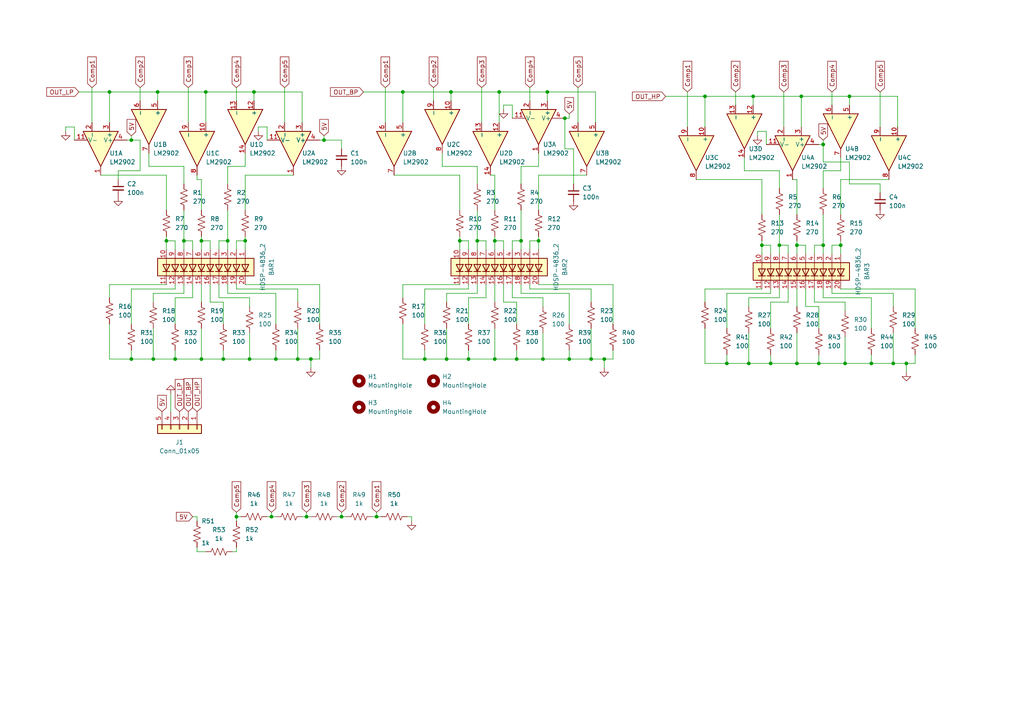
<source format=kicad_sch>
(kicad_sch (version 20211123) (generator eeschema)
  (paper "A4")
  (junction (at 220.98 71.12))
  (junction (at 31.75 26.67))
  (junction (at 48.26 69.85))
  (junction (at 246.38 27.94))
  (junction (at 144.78 26.67))
  (junction (at 217.17 105.41))
  (junction (at 58.42 69.85))
  (junction (at 66.04 69.85))
  (junction (at 231.14 71.12))
  (junction (at 232.41 27.94))
  (junction (at 78.74 149.86))
  (junction (at 175.26 104.14))
  (junction (at 50.8 104.14))
  (junction (at 149.86 104.14))
  (junction (at 99.06 149.86))
  (junction (at 53.34 69.85))
  (junction (at 45.72 26.67))
  (junction (at 238.76 41.91))
  (junction (at 138.43 69.85))
  (junction (at 231.14 105.41))
  (junction (at 38.1 40.64))
  (junction (at 243.84 71.12))
  (junction (at 163.83 34.29))
  (junction (at 68.58 149.86))
  (junction (at 238.76 71.12))
  (junction (at 123.19 104.14))
  (junction (at 72.39 104.14))
  (junction (at 259.08 105.41))
  (junction (at 109.22 149.86))
  (junction (at 143.51 69.85))
  (junction (at 90.17 104.14))
  (junction (at 223.52 105.41))
  (junction (at 129.54 104.14))
  (junction (at 245.11 105.41))
  (junction (at 157.48 104.14))
  (junction (at 135.89 104.14))
  (junction (at 59.69 26.67))
  (junction (at 116.84 26.67))
  (junction (at 64.77 104.14))
  (junction (at 86.36 104.14))
  (junction (at 171.45 104.14))
  (junction (at 204.47 27.94))
  (junction (at 73.66 26.67))
  (junction (at 252.73 105.41))
  (junction (at 93.98 40.64))
  (junction (at 210.82 105.41))
  (junction (at 226.06 71.12))
  (junction (at 143.51 104.14))
  (junction (at 80.01 104.14))
  (junction (at 165.1 104.14))
  (junction (at 156.21 69.85))
  (junction (at 158.75 26.67))
  (junction (at 262.89 105.41))
  (junction (at 130.81 26.67))
  (junction (at 58.42 104.14))
  (junction (at 133.35 69.85))
  (junction (at 151.13 69.85))
  (junction (at 38.1 104.14))
  (junction (at 237.49 105.41))
  (junction (at 88.9 149.86))
  (junction (at 44.45 104.14))
  (junction (at 218.44 27.94))
  (junction (at 71.12 69.85))
  (wire (pts (xy 222.25 38.1) (xy 219.71 38.1)))
  (wire (pts (xy 165.1 104.14) (xy 171.45 104.14)))
  (wire (pts (xy 72.39 104.14) (xy 80.01 104.14)))
  (wire (pts (xy 138.43 82.55) (xy 138.43 85.09)))
  (wire (pts (xy 210.82 85.09) (xy 210.82 95.25)))
  (wire (pts (xy 57.15 151.13) (xy 57.15 149.86)))
  (wire (pts (xy 119.38 149.86) (xy 118.11 149.86)))
  (wire (pts (xy 123.19 101.6) (xy 123.19 104.14)))
  (wire (pts (xy 31.75 93.98) (xy 31.75 104.14)))
  (wire (pts (xy 219.71 38.1) (xy 219.71 39.37)))
  (wire (pts (xy 99.06 149.86) (xy 100.33 149.86)))
  (wire (pts (xy 245.11 97.79) (xy 245.11 105.41)))
  (wire (pts (xy 238.76 71.12) (xy 236.22 71.12)))
  (wire (pts (xy 48.26 69.85) (xy 48.26 68.58)))
  (wire (pts (xy 72.39 86.36) (xy 72.39 88.9)))
  (wire (pts (xy 144.78 26.67) (xy 158.75 26.67)))
  (wire (pts (xy 204.47 83.82) (xy 204.47 87.63)))
  (wire (pts (xy 222.25 41.91) (xy 222.25 38.1)))
  (wire (pts (xy 53.34 82.55) (xy 53.34 85.09)))
  (wire (pts (xy 68.58 160.02) (xy 68.58 158.75)))
  (wire (pts (xy 228.6 87.63) (xy 228.6 83.82)))
  (wire (pts (xy 223.52 87.63) (xy 223.52 95.25)))
  (wire (pts (xy 151.13 69.85) (xy 148.59 69.85)))
  (wire (pts (xy 241.3 26.67) (xy 241.3 30.48)))
  (wire (pts (xy 153.67 83.82) (xy 153.67 82.55)))
  (wire (pts (xy 71.12 48.26) (xy 66.04 48.26)))
  (wire (pts (xy 50.8 101.6) (xy 50.8 104.14)))
  (wire (pts (xy 109.22 149.86) (xy 110.49 149.86)))
  (wire (pts (xy 255.27 53.34) (xy 246.38 53.34)))
  (wire (pts (xy 238.76 46.99) (xy 238.76 41.91)))
  (wire (pts (xy 135.89 72.39) (xy 135.89 69.85)))
  (wire (pts (xy 57.15 52.07) (xy 58.42 52.07)))
  (wire (pts (xy 246.38 53.34) (xy 246.38 46.99)))
  (wire (pts (xy 199.39 26.67) (xy 199.39 36.83)))
  (wire (pts (xy 143.51 69.85) (xy 143.51 68.58)))
  (wire (pts (xy 57.15 149.86) (xy 55.88 149.86)))
  (wire (pts (xy 68.58 25.4) (xy 68.58 29.21)))
  (wire (pts (xy 26.67 25.4) (xy 26.67 35.56)))
  (wire (pts (xy 133.35 60.96) (xy 133.35 50.8)))
  (wire (pts (xy 175.26 104.14) (xy 171.45 104.14)))
  (wire (pts (xy 232.41 27.94) (xy 232.41 36.83)))
  (wire (pts (xy 156.21 69.85) (xy 156.21 72.39)))
  (wire (pts (xy 107.95 149.86) (xy 109.22 149.86)))
  (wire (pts (xy 64.77 87.63) (xy 64.77 93.98)))
  (wire (pts (xy 135.89 83.82) (xy 123.19 83.82)))
  (wire (pts (xy 135.89 86.36) (xy 135.89 93.98)))
  (wire (pts (xy 34.29 49.53) (xy 40.64 49.53)))
  (wire (pts (xy 55.88 72.39) (xy 55.88 69.85)))
  (wire (pts (xy 58.42 69.85) (xy 60.96 69.85)))
  (wire (pts (xy 255.27 26.67) (xy 255.27 36.83)))
  (wire (pts (xy 92.71 104.14) (xy 90.17 104.14)))
  (wire (pts (xy 129.54 104.14) (xy 135.89 104.14)))
  (wire (pts (xy 151.13 85.09) (xy 151.13 82.55)))
  (wire (pts (xy 237.49 88.9) (xy 237.49 95.25)))
  (wire (pts (xy 86.36 83.82) (xy 86.36 87.63)))
  (wire (pts (xy 55.88 86.36) (xy 55.88 82.55)))
  (wire (pts (xy 218.44 27.94) (xy 232.41 27.94)))
  (wire (pts (xy 92.71 82.55) (xy 92.71 93.98)))
  (wire (pts (xy 64.77 104.14) (xy 72.39 104.14)))
  (wire (pts (xy 241.3 85.09) (xy 241.3 83.82)))
  (wire (pts (xy 151.13 85.09) (xy 165.1 85.09)))
  (wire (pts (xy 67.31 160.02) (xy 68.58 160.02)))
  (wire (pts (xy 259.08 85.09) (xy 241.3 85.09)))
  (wire (pts (xy 99.06 40.64) (xy 93.98 40.64)))
  (wire (pts (xy 259.08 85.09) (xy 259.08 88.9)))
  (wire (pts (xy 140.97 86.36) (xy 140.97 82.55)))
  (wire (pts (xy 148.59 86.36) (xy 148.59 82.55)))
  (wire (pts (xy 59.69 160.02) (xy 57.15 160.02)))
  (wire (pts (xy 238.76 86.36) (xy 252.73 86.36)))
  (wire (pts (xy 78.74 148.59) (xy 78.74 149.86)))
  (wire (pts (xy 60.96 69.85) (xy 60.96 72.39)))
  (wire (pts (xy 50.8 104.14) (xy 58.42 104.14)))
  (wire (pts (xy 80.01 101.6) (xy 80.01 104.14)))
  (wire (pts (xy 223.52 105.41) (xy 231.14 105.41)))
  (wire (pts (xy 78.74 149.86) (xy 80.01 149.86)))
  (wire (pts (xy 71.12 60.96) (xy 71.12 50.8)))
  (wire (pts (xy 38.1 83.82) (xy 38.1 93.98)))
  (wire (pts (xy 265.43 83.82) (xy 243.84 83.82)))
  (wire (pts (xy 215.9 49.53) (xy 226.06 49.53)))
  (wire (pts (xy 22.86 26.67) (xy 31.75 26.67)))
  (wire (pts (xy 217.17 86.36) (xy 217.17 88.9)))
  (wire (pts (xy 135.89 69.85) (xy 133.35 69.85)))
  (wire (pts (xy 262.89 105.41) (xy 262.89 107.95)))
  (wire (pts (xy 119.38 151.13) (xy 119.38 149.86)))
  (wire (pts (xy 111.76 25.4) (xy 111.76 35.56)))
  (wire (pts (xy 243.84 62.23) (xy 243.84 52.07)))
  (wire (pts (xy 157.48 104.14) (xy 165.1 104.14)))
  (wire (pts (xy 144.78 26.67) (xy 144.78 35.56)))
  (wire (pts (xy 243.84 71.12) (xy 243.84 69.85)))
  (wire (pts (xy 88.9 148.59) (xy 88.9 149.86)))
  (wire (pts (xy 133.35 72.39) (xy 133.35 69.85)))
  (wire (pts (xy 63.5 86.36) (xy 72.39 86.36)))
  (wire (pts (xy 265.43 105.41) (xy 262.89 105.41)))
  (wire (pts (xy 135.89 104.14) (xy 143.51 104.14)))
  (wire (pts (xy 193.04 27.94) (xy 204.47 27.94)))
  (wire (pts (xy 238.76 54.61) (xy 238.76 49.53)))
  (wire (pts (xy 204.47 83.82) (xy 220.98 83.82)))
  (wire (pts (xy 237.49 41.91) (xy 238.76 41.91)))
  (wire (pts (xy 218.44 27.94) (xy 218.44 30.48)))
  (wire (pts (xy 236.22 87.63) (xy 236.22 83.82)))
  (wire (pts (xy 49.53 114.3) (xy 49.53 119.38)))
  (wire (pts (xy 217.17 105.41) (xy 223.52 105.41)))
  (wire (pts (xy 171.45 95.25) (xy 171.45 104.14)))
  (wire (pts (xy 259.08 96.52) (xy 259.08 105.41)))
  (wire (pts (xy 153.67 72.39) (xy 153.67 69.85)))
  (wire (pts (xy 245.11 87.63) (xy 245.11 90.17)))
  (wire (pts (xy 142.24 50.8) (xy 143.51 50.8)))
  (wire (pts (xy 252.73 102.87) (xy 252.73 105.41)))
  (wire (pts (xy 172.72 35.56) (xy 172.72 26.67)))
  (wire (pts (xy 130.81 26.67) (xy 144.78 26.67)))
  (wire (pts (xy 139.7 25.4) (xy 139.7 35.56)))
  (wire (pts (xy 86.36 83.82) (xy 68.58 83.82)))
  (wire (pts (xy 66.04 69.85) (xy 66.04 60.96)))
  (wire (pts (xy 171.45 83.82) (xy 171.45 87.63)))
  (wire (pts (xy 243.84 45.72) (xy 243.84 49.53)))
  (wire (pts (xy 80.01 85.09) (xy 80.01 93.98)))
  (wire (pts (xy 223.52 85.09) (xy 210.82 85.09)))
  (wire (pts (xy 116.84 93.98) (xy 116.84 104.14)))
  (wire (pts (xy 31.75 82.55) (xy 48.26 82.55)))
  (wire (pts (xy 135.89 101.6) (xy 135.89 104.14)))
  (wire (pts (xy 265.43 102.87) (xy 265.43 105.41)))
  (wire (pts (xy 246.38 27.94) (xy 246.38 30.48)))
  (wire (pts (xy 92.71 101.6) (xy 92.71 104.14)))
  (wire (pts (xy 58.42 60.96) (xy 58.42 52.07)))
  (wire (pts (xy 135.89 82.55) (xy 135.89 83.82)))
  (wire (pts (xy 50.8 86.36) (xy 55.88 86.36)))
  (wire (pts (xy 43.18 44.45) (xy 43.18 48.26)))
  (wire (pts (xy 86.36 95.25) (xy 86.36 104.14)))
  (wire (pts (xy 231.14 83.82) (xy 231.14 88.9)))
  (wire (pts (xy 58.42 69.85) (xy 58.42 68.58)))
  (wire (pts (xy 116.84 26.67) (xy 130.81 26.67)))
  (wire (pts (xy 90.17 104.14) (xy 86.36 104.14)))
  (wire (pts (xy 246.38 27.94) (xy 260.35 27.94)))
  (wire (pts (xy 146.05 69.85) (xy 146.05 72.39)))
  (wire (pts (xy 231.14 71.12) (xy 231.14 69.85)))
  (wire (pts (xy 166.37 43.18) (xy 166.37 53.34)))
  (wire (pts (xy 59.69 26.67) (xy 59.69 35.56)))
  (wire (pts (xy 149.86 87.63) (xy 149.86 93.98)))
  (wire (pts (xy 143.51 104.14) (xy 149.86 104.14)))
  (wire (pts (xy 163.83 43.18) (xy 163.83 34.29)))
  (wire (pts (xy 57.15 160.02) (xy 57.15 158.75)))
  (wire (pts (xy 38.1 40.64) (xy 36.83 40.64)))
  (wire (pts (xy 241.3 71.12) (xy 243.84 71.12)))
  (wire (pts (xy 229.87 52.07) (xy 231.14 52.07)))
  (wire (pts (xy 245.11 105.41) (xy 252.73 105.41)))
  (wire (pts (xy 148.59 34.29) (xy 148.59 30.48)))
  (wire (pts (xy 109.22 149.86) (xy 109.22 148.59)))
  (wire (pts (xy 233.68 88.9) (xy 237.49 88.9)))
  (wire (pts (xy 236.22 73.66) (xy 236.22 71.12)))
  (wire (pts (xy 60.96 87.63) (xy 64.77 87.63)))
  (wire (pts (xy 223.52 71.12) (xy 220.98 71.12)))
  (wire (pts (xy 31.75 104.14) (xy 38.1 104.14)))
  (wire (pts (xy 215.9 45.72) (xy 215.9 49.53)))
  (wire (pts (xy 156.21 60.96) (xy 156.21 50.8)))
  (wire (pts (xy 243.84 52.07) (xy 257.81 52.07)))
  (wire (pts (xy 149.86 104.14) (xy 157.48 104.14)))
  (wire (pts (xy 50.8 69.85) (xy 48.26 69.85)))
  (wire (pts (xy 116.84 82.55) (xy 133.35 82.55)))
  (wire (pts (xy 226.06 86.36) (xy 217.17 86.36)))
  (wire (pts (xy 44.45 95.25) (xy 44.45 104.14)))
  (wire (pts (xy 177.8 104.14) (xy 175.26 104.14)))
  (wire (pts (xy 217.17 96.52) (xy 217.17 105.41)))
  (wire (pts (xy 177.8 82.55) (xy 177.8 93.98)))
  (wire (pts (xy 238.76 71.12) (xy 238.76 62.23)))
  (wire (pts (xy 204.47 105.41) (xy 210.82 105.41)))
  (wire (pts (xy 50.8 86.36) (xy 50.8 93.98)))
  (wire (pts (xy 99.06 148.59) (xy 99.06 149.86)))
  (wire (pts (xy 82.55 25.4) (xy 82.55 35.56)))
  (wire (pts (xy 149.86 101.6) (xy 149.86 104.14)))
  (wire (pts (xy 135.89 86.36) (xy 140.97 86.36)))
  (wire (pts (xy 88.9 149.86) (xy 90.17 149.86)))
  (wire (pts (xy 157.48 86.36) (xy 157.48 88.9)))
  (wire (pts (xy 71.12 69.85) (xy 71.12 72.39)))
  (wire (pts (xy 80.01 104.14) (xy 86.36 104.14)))
  (wire (pts (xy 66.04 85.09) (xy 80.01 85.09)))
  (wire (pts (xy 204.47 27.94) (xy 218.44 27.94)))
  (wire (pts (xy 63.5 86.36) (xy 63.5 82.55)))
  (wire (pts (xy 148.59 30.48) (xy 146.05 30.48)))
  (wire (pts (xy 175.26 104.14) (xy 175.26 106.68)))
  (wire (pts (xy 252.73 86.36) (xy 252.73 95.25)))
  (wire (pts (xy 231.14 96.52) (xy 231.14 105.41)))
  (wire (pts (xy 53.34 72.39) (xy 53.34 69.85)))
  (wire (pts (xy 138.43 72.39) (xy 138.43 69.85)))
  (wire (pts (xy 60.96 87.63) (xy 60.96 82.55)))
  (wire (pts (xy 226.06 71.12) (xy 226.06 62.23)))
  (wire (pts (xy 213.36 26.67) (xy 213.36 30.48)))
  (wire (pts (xy 87.63 149.86) (xy 88.9 149.86)))
  (wire (pts (xy 68.58 83.82) (xy 68.58 82.55)))
  (wire (pts (xy 38.1 101.6) (xy 38.1 104.14)))
  (wire (pts (xy 238.76 41.91) (xy 238.76 40.64)))
  (wire (pts (xy 226.06 83.82) (xy 226.06 86.36)))
  (wire (pts (xy 31.75 82.55) (xy 31.75 86.36)))
  (wire (pts (xy 50.8 72.39) (xy 50.8 69.85)))
  (wire (pts (xy 66.04 85.09) (xy 66.04 82.55)))
  (wire (pts (xy 138.43 53.34) (xy 138.43 48.26)))
  (wire (pts (xy 241.3 73.66) (xy 241.3 71.12)))
  (wire (pts (xy 31.75 35.56) (xy 31.75 26.67)))
  (wire (pts (xy 99.06 43.18) (xy 99.06 40.64)))
  (wire (pts (xy 151.13 72.39) (xy 151.13 69.85)))
  (wire (pts (xy 68.58 151.13) (xy 68.58 149.86)))
  (wire (pts (xy 265.43 83.82) (xy 265.43 95.25)))
  (wire (pts (xy 146.05 87.63) (xy 149.86 87.63)))
  (wire (pts (xy 220.98 52.07) (xy 201.93 52.07)))
  (wire (pts (xy 66.04 72.39) (xy 66.04 69.85)))
  (wire (pts (xy 68.58 149.86) (xy 69.85 149.86)))
  (wire (pts (xy 133.35 69.85) (xy 133.35 68.58)))
  (wire (pts (xy 237.49 102.87) (xy 237.49 105.41)))
  (wire (pts (xy 72.39 96.52) (xy 72.39 104.14)))
  (wire (pts (xy 228.6 71.12) (xy 226.06 71.12)))
  (wire (pts (xy 238.76 73.66) (xy 238.76 71.12)))
  (wire (pts (xy 64.77 101.6) (xy 64.77 104.14)))
  (wire (pts (xy 66.04 53.34) (xy 66.04 48.26)))
  (wire (pts (xy 90.17 104.14) (xy 90.17 106.68)))
  (wire (pts (xy 220.98 71.12) (xy 220.98 69.85)))
  (wire (pts (xy 231.14 71.12) (xy 231.14 73.66)))
  (wire (pts (xy 231.14 62.23) (xy 231.14 52.07)))
  (wire (pts (xy 223.52 87.63) (xy 228.6 87.63)))
  (wire (pts (xy 45.72 26.67) (xy 45.72 29.21)))
  (wire (pts (xy 223.52 83.82) (xy 223.52 85.09)))
  (wire (pts (xy 93.98 39.37) (xy 93.98 40.64)))
  (wire (pts (xy 165.1 85.09) (xy 165.1 93.98)))
  (wire (pts (xy 63.5 72.39) (xy 63.5 69.85)))
  (wire (pts (xy 59.69 26.67) (xy 73.66 26.67)))
  (wire (pts (xy 166.37 43.18) (xy 163.83 43.18)))
  (wire (pts (xy 226.06 73.66) (xy 226.06 71.12)))
  (wire (pts (xy 93.98 40.64) (xy 92.71 40.64)))
  (wire (pts (xy 138.43 85.09) (xy 129.54 85.09)))
  (wire (pts (xy 167.64 25.4) (xy 167.64 35.56)))
  (wire (pts (xy 231.14 71.12) (xy 233.68 71.12)))
  (wire (pts (xy 233.68 71.12) (xy 233.68 73.66)))
  (wire (pts (xy 243.84 49.53) (xy 238.76 49.53)))
  (wire (pts (xy 116.84 82.55) (xy 116.84 86.36)))
  (wire (pts (xy 156.21 50.8) (xy 170.18 50.8)))
  (wire (pts (xy 129.54 85.09) (xy 129.54 87.63)))
  (wire (pts (xy 143.51 82.55) (xy 143.51 87.63)))
  (wire (pts (xy 53.34 53.34) (xy 53.34 48.26)))
  (wire (pts (xy 87.63 26.67) (xy 87.63 35.56)))
  (wire (pts (xy 116.84 104.14) (xy 123.19 104.14)))
  (wire (pts (xy 236.22 87.63) (xy 245.11 87.63)))
  (wire (pts (xy 71.12 69.85) (xy 71.12 68.58)))
  (wire (pts (xy 130.81 26.67) (xy 130.81 29.21)))
  (wire (pts (xy 226.06 54.61) (xy 226.06 49.53)))
  (wire (pts (xy 204.47 27.94) (xy 204.47 36.83)))
  (wire (pts (xy 48.26 72.39) (xy 48.26 69.85)))
  (wire (pts (xy 165.1 34.29) (xy 163.83 34.29)))
  (wire (pts (xy 133.35 50.8) (xy 114.3 50.8)))
  (wire (pts (xy 68.58 69.85) (xy 71.12 69.85)))
  (wire (pts (xy 140.97 69.85) (xy 138.43 69.85)))
  (wire (pts (xy 19.05 36.83) (xy 21.59 36.83)))
  (wire (pts (xy 156.21 48.26) (xy 151.13 48.26)))
  (wire (pts (xy 105.41 26.67) (xy 116.84 26.67)))
  (wire (pts (xy 74.93 36.83) (xy 74.93 38.1)))
  (wire (pts (xy 146.05 87.63) (xy 146.05 82.55)))
  (wire (pts (xy 31.75 26.67) (xy 45.72 26.67)))
  (wire (pts (xy 129.54 95.25) (xy 129.54 104.14)))
  (wire (pts (xy 58.42 95.25) (xy 58.42 104.14)))
  (wire (pts (xy 158.75 26.67) (xy 158.75 29.21)))
  (wire (pts (xy 54.61 25.4) (xy 54.61 35.56)))
  (wire (pts (xy 255.27 55.88) (xy 255.27 53.34)))
  (wire (pts (xy 262.89 105.41) (xy 259.08 105.41)))
  (wire (pts (xy 40.64 25.4) (xy 40.64 29.21)))
  (wire (pts (xy 223.52 73.66) (xy 223.52 71.12)))
  (wire (pts (xy 71.12 50.8) (xy 85.09 50.8)))
  (wire (pts (xy 158.75 26.67) (xy 172.72 26.67)))
  (wire (pts (xy 53.34 69.85) (xy 53.34 60.96)))
  (wire (pts (xy 171.45 83.82) (xy 153.67 83.82)))
  (wire (pts (xy 165.1 33.02) (xy 165.1 34.29)))
  (wire (pts (xy 232.41 27.94) (xy 246.38 27.94)))
  (wire (pts (xy 58.42 104.14) (xy 64.77 104.14)))
  (wire (pts (xy 57.15 52.07) (xy 57.15 50.8)))
  (wire (pts (xy 55.88 69.85) (xy 53.34 69.85)))
  (wire (pts (xy 50.8 83.82) (xy 38.1 83.82)))
  (wire (pts (xy 125.73 25.4) (xy 125.73 29.21)))
  (wire (pts (xy 44.45 104.14) (xy 50.8 104.14)))
  (wire (pts (xy 128.27 48.26) (xy 138.43 48.26)))
  (wire (pts (xy 243.84 71.12) (xy 243.84 73.66)))
  (wire (pts (xy 68.58 148.59) (xy 68.58 149.86)))
  (wire (pts (xy 19.05 36.83) (xy 19.05 38.1)))
  (wire (pts (xy 58.42 69.85) (xy 58.42 72.39)))
  (wire (pts (xy 68.58 72.39) (xy 68.58 69.85)))
  (wire (pts (xy 151.13 69.85) (xy 151.13 60.96)))
  (wire (pts (xy 40.64 49.53) (xy 40.64 40.64)))
  (wire (pts (xy 71.12 44.45) (xy 71.12 48.26)))
  (wire (pts (xy 97.79 149.86) (xy 99.06 149.86)))
  (wire (pts (xy 223.52 102.87) (xy 223.52 105.41)))
  (wire (pts (xy 210.82 102.87) (xy 210.82 105.41)))
  (wire (pts (xy 123.19 83.82) (xy 123.19 93.98)))
  (wire (pts (xy 204.47 95.25) (xy 204.47 105.41)))
  (wire (pts (xy 177.8 82.55) (xy 156.21 82.55)))
  (wire (pts (xy 151.13 53.34) (xy 151.13 48.26)))
  (wire (pts (xy 123.19 104.14) (xy 129.54 104.14)))
  (wire (pts (xy 66.04 69.85) (xy 63.5 69.85)))
  (wire (pts (xy 227.33 26.67) (xy 227.33 36.83)))
  (wire (pts (xy 92.71 82.55) (xy 71.12 82.55)))
  (wire (pts (xy 238.76 86.36) (xy 238.76 83.82)))
  (wire (pts (xy 48.26 50.8) (xy 29.21 50.8)))
  (wire (pts (xy 231.14 105.41) (xy 237.49 105.41)))
  (wire (pts (xy 38.1 104.14) (xy 44.45 104.14)))
  (wire (pts (xy 40.64 40.64) (xy 38.1 40.64)))
  (wire (pts (xy 143.51 69.85) (xy 143.51 72.39)))
  (wire (pts (xy 50.8 82.55) (xy 50.8 83.82)))
  (wire (pts (xy 34.29 49.53) (xy 34.29 52.07)))
  (wire (pts (xy 143.51 60.96) (xy 143.51 50.8)))
  (wire (pts (xy 45.72 26.67) (xy 59.69 26.67)))
  (wire (pts (xy 116.84 26.67) (xy 116.84 35.56)))
  (wire (pts (xy 58.42 82.55) (xy 58.42 87.63)))
  (wire (pts (xy 165.1 101.6) (xy 165.1 104.14)))
  (wire (pts (xy 77.47 149.86) (xy 78.74 149.86)))
  (wire (pts (xy 73.66 26.67) (xy 73.66 29.21)))
  (wire (pts (xy 156.21 69.85) (xy 156.21 68.58)))
  (wire (pts (xy 48.26 60.96) (xy 48.26 50.8)))
  (wire (pts (xy 73.66 26.67) (xy 87.63 26.67)))
  (wire (pts (xy 228.6 73.66) (xy 228.6 71.12)))
  (wire (pts (xy 146.05 30.48) (xy 146.05 31.75)))
  (wire (pts (xy 220.98 73.66) (xy 220.98 71.12)))
  (wire (pts (xy 38.1 39.37) (xy 38.1 40.64)))
  (wire (pts (xy 77.47 40.64) (xy 77.47 36.83)))
  (wire (pts (xy 260.35 36.83) (xy 260.35 27.94)))
  (wire (pts (xy 21.59 36.83) (xy 21.59 40.64)))
  (wire (pts (xy 143.51 95.25) (xy 143.51 104.14)))
  (wire (pts (xy 157.48 96.52) (xy 157.48 104.14)))
  (wire (pts (xy 138.43 69.85) (xy 138.43 60.96)))
  (wire (pts (xy 246.38 46.99) (xy 238.76 46.99)))
  (wire (pts (xy 128.27 44.45) (xy 128.27 48.26)))
  (wire (pts (xy 148.59 86.36) (xy 157.48 86.36)))
  (wire (pts (xy 153.67 69.85) (xy 156.21 69.85)))
  (wire (pts (xy 156.21 44.45) (xy 156.21 48.26)))
  (wire (pts (xy 237.49 105.41) (xy 245.11 105.41)))
  (wire (pts (xy 43.18 48.26) (xy 53.34 48.26)))
  (wire (pts (xy 210.82 105.41) (xy 217.17 105.41)))
  (wire (pts (xy 233.68 88.9) (xy 233.68 83.82)))
  (wire (pts (xy 153.67 25.4) (xy 153.67 29.21)))
  (wire (pts (xy 77.47 36.83) (xy 74.93 36.83)))
  (wire (pts (xy 177.8 101.6) (xy 177.8 104.14)))
  (wire (pts (xy 53.34 85.09) (xy 44.45 85.09)))
  (wire (pts (xy 148.59 72.39) (xy 148.59 69.85)))
  (wire (pts (xy 220.98 62.23) (xy 220.98 52.07)))
  (wire (pts (xy 140.97 72.39) (xy 140.97 69.85)))
  (wire (pts (xy 143.51 69.85) (xy 146.05 69.85)))
  (wire (pts (xy 44.45 85.09) (xy 44.45 87.63)))
  (wire (pts (xy 252.73 105.41) (xy 259.08 105.41)))
  (global_label "OUT_HP" (shape input) (at 57.15 119.38 90) (property "Intersheet References" "${INTERSHEET_REFS}" (effects hide)))
  (global_label "Comp1" (shape input) (at 26.67 25.4 90) (property "Intersheet References" "${INTERSHEET_REFS}" (effects hide)))
  (global_label "Comp4" (shape input) (at 68.58 25.4 90) (property "Intersheet References" "${INTERSHEET_REFS}" (effects hide)))
  (global_label "Comp5" (shape input) (at 68.58 148.59 90) (property "Intersheet References" "${INTERSHEET_REFS}" (effects hide)))
  (global_label "Comp3" (shape input) (at 139.7 25.4 90) (property "Intersheet References" "${INTERSHEET_REFS}" (effects hide)))
  (global_label "Comp1" (shape input) (at 109.22 148.59 90) (property "Intersheet References" "${INTERSHEET_REFS}" (effects hide)))
  (global_label "Comp2" (shape input) (at 99.06 148.59 90) (property "Intersheet References" "${INTERSHEET_REFS}" (effects hide)))
  (global_label "5V" (shape input) (at 55.88 149.86 180) (property "Intersheet References" "${INTERSHEET_REFS}" (effects hide)))
  (global_label "Comp2" (shape input) (at 40.64 25.4 90) (property "Intersheet References" "${INTERSHEET_REFS}" (effects hide)))
  (global_label "Comp1" (shape input) (at 111.76 25.4 90) (property "Intersheet References" "${INTERSHEET_REFS}" (effects hide)))
  (global_label "Comp4" (shape input) (at 153.67 25.4 90) (property "Intersheet References" "${INTERSHEET_REFS}" (effects hide)))
  (global_label "Comp1" (shape input) (at 199.39 26.67 90) (property "Intersheet References" "${INTERSHEET_REFS}" (effects hide)))
  (global_label "Comp3" (shape input) (at 54.61 25.4 90) (property "Intersheet References" "${INTERSHEET_REFS}" (effects hide)))
  (global_label "OUT_BP" (shape input) (at 105.41 26.67 180) (property "Intersheet References" "${INTERSHEET_REFS}" (effects hide)))
  (global_label "Comp2" (shape input) (at 125.73 25.4 90) (property "Intersheet References" "${INTERSHEET_REFS}" (effects hide)))
  (global_label "OUT_BP" (shape input) (at 54.61 119.38 90) (property "Intersheet References" "${INTERSHEET_REFS}" (effects hide)))
  (global_label "5V" (shape input) (at 46.99 119.38 90) (property "Intersheet References" "${INTERSHEET_REFS}" (effects hide)))
  (global_label "Comp2" (shape input) (at 213.36 26.67 90) (property "Intersheet References" "${INTERSHEET_REFS}" (effects hide)))
  (global_label "Comp4" (shape input) (at 241.3 26.67 90) (property "Intersheet References" "${INTERSHEET_REFS}" (effects hide)))
  (global_label "OUT_LP" (shape input) (at 52.07 119.38 90) (property "Intersheet References" "${INTERSHEET_REFS}" (effects hide)))
  (global_label "Comp5" (shape input) (at 82.55 25.4 90) (property "Intersheet References" "${INTERSHEET_REFS}" (effects hide)))
  (global_label "OUT_HP" (shape input) (at 193.04 27.94 180) (property "Intersheet References" "${INTERSHEET_REFS}" (effects hide)))
  (global_label "Comp5" (shape input) (at 167.64 25.4 90) (property "Intersheet References" "${INTERSHEET_REFS}" (effects hide)))
  (global_label "OUT_LP" (shape input) (at 22.86 26.67 180) (property "Intersheet References" "${INTERSHEET_REFS}" (effects hide)))
  (global_label "Comp4" (shape input) (at 78.74 148.59 90) (property "Intersheet References" "${INTERSHEET_REFS}" (effects hide)))
  (global_label "5V" (shape input) (at 93.98 39.37 90) (property "Intersheet References" "${INTERSHEET_REFS}" (effects hide)))
  (global_label "5V" (shape input) (at 238.76 40.64 90) (property "Intersheet References" "${INTERSHEET_REFS}" (effects hide)))
  (global_label "Comp3" (shape input) (at 227.33 26.67 90) (property "Intersheet References" "${INTERSHEET_REFS}" (effects hide)))
  (global_label "5V" (shape input) (at 165.1 33.02 90) (property "Intersheet References" "${INTERSHEET_REFS}" (effects hide)))
  (global_label "Comp5" (shape input) (at 255.27 26.67 90) (property "Intersheet References" "${INTERSHEET_REFS}" (effects hide)))
  (global_label "Comp3" (shape input) (at 88.9 148.59 90) (property "Intersheet References" "${INTERSHEET_REFS}" (effects hide)))
  (global_label "5V" (shape input) (at 38.1 39.37 90) (property "Intersheet References" "${INTERSHEET_REFS}" (effects hide)))
  (symbol (lib_id "Amplifier_Operational:LM2902") (at 229.87 44.45 270) (unit 5)
    (property "Reference" "U4" (effects hide))
    (property "Value" "LM2902" (effects hide))
    (property "Footprint" "Package_DIP:DIP-14_W7.62mm" (effects hide))
    (property "Datasheet" "http://www.ti.com/lit/ds/symlink/lm2902-n.pdf" (effects hide))
  )
  (symbol (lib_id "Device:R_US") (at 265.43 99.06 180) (unit 1)
    (property "Reference" "R45" (at 267.97 97.7899 0) (effects (justify right)))
    (property "Value" "100" (at 267.97 100.3299 0) (effects (justify right)))
    (property "Footprint" "Resistor_SMD:R_0805_2012Metric_Pad1.20x1.40mm_HandSolder" (effects hide))
  )
  (symbol (lib_id "Device:R_US") (at 231.14 66.04 180) (unit 1)
    (property "Reference" "R14" (at 233.68 64.7699 0) (effects (justify right)))
    (property "Value" "270" (at 233.68 67.3099 0) (effects (justify right)))
    (property "Footprint" "Resistor_SMD:R_0805_2012Metric_Pad1.20x1.40mm_HandSolder" (effects hide))
  )
  (symbol (lib_id "Mechanical:MountingHole") (at 125.73 110.49 0) (unit 1)
    (property "Reference" "H2" (at 128.27 109.2199 0) (effects (justify left)))
    (property "Value" "MountingHole" (at 128.27 111.7599 0) (effects (justify left)))
    (property "Footprint" "MountingHole:MountingHole_3.2mm_M3_DIN965" (effects hide))
  )
  (symbol (lib_id "Device:R_US") (at 44.45 91.44 180) (unit 1)
    (property "Reference" "R18" (at 46.99 90.1699 0) (effects (justify right)))
    (property "Value" "100" (at 46.99 92.7099 0) (effects (justify right)))
    (property "Footprint" "Resistor_SMD:R_0805_2012Metric_Pad1.20x1.40mm_HandSolder" (effects hide))
  )
  (symbol (lib_id "LED:HDSP-4836_2") (at 60.96 77.47 270) (unit 1)
    (property "Reference" "BAR1" (at 78.74 77.47 0))
    (property "Value" "HDSP-4836_2" (at 76.2 77.47 0))
    (property "Footprint" "Display:HDSP-4836" (effects hide))
    (property "Datasheet" "https://docs.broadcom.com/docs/AV02-1798EN" (effects hide))
    (property "Spice_Primitive" "R" (effects hide))
    (property "Spice_Netlist_Enabled" "N" (effects hide))
    (property "Spice_Model" "HDSP-4836_2" (effects hide))
  )
  (symbol (lib_id "Device:R_US") (at 245.11 93.98 180) (unit 1)
    (property "Reference" "R30" (at 247.65 92.7099 0) (effects (justify right)))
    (property "Value" "100" (at 247.65 95.2499 0) (effects (justify right)))
    (property "Footprint" "Resistor_SMD:R_0805_2012Metric_Pad1.20x1.40mm_HandSolder" (effects hide))
  )
  (symbol (lib_id "Device:R_US") (at 53.34 57.15 180) (unit 1)
    (property "Reference" "R1" (at 55.88 55.8799 0) (effects (justify right)))
    (property "Value" "270" (at 55.88 58.4199 0) (effects (justify right)))
    (property "Footprint" "Resistor_SMD:R_0805_2012Metric_Pad1.20x1.40mm_HandSolder" (effects hide))
  )
  (symbol (lib_id "Device:C_Small") (at 255.27 58.42 0) (unit 1)
    (property "Reference" "C4" (at 257.81 57.1562 0) (effects (justify left)))
    (property "Value" "100n" (at 257.81 59.6962 0) (effects (justify left)))
    (property "Footprint" "Capacitor_SMD:C_0805_2012Metric" (effects hide))
  )
  (symbol (lib_id "Device:R_US") (at 86.36 91.44 180) (unit 1)
    (property "Reference" "R20" (at 88.9 90.1699 0) (effects (justify right)))
    (property "Value" "100" (at 88.9 92.7099 0) (effects (justify right)))
    (property "Footprint" "Resistor_SMD:R_0805_2012Metric_Pad1.20x1.40mm_HandSolder" (effects hide))
  )
  (symbol (lib_id "power:GND") (at 19.05 38.1 0) (unit 1)
    (property "Reference" "#PWR02" (effects hide))
    (property "Value" "GND" (effects hide))
  )
  (symbol (lib_id "Amplifier_Operational:LM2902") (at 156.21 36.83 270) (unit 1)
    (property "Reference" "U3" (at 157.48 41.91 90) (effects (justify left)))
    (property "Value" "LM2902" (at 157.48 44.45 90) (effects (justify left)))
    (property "Footprint" "Package_DIP:DIP-14_W7.62mm" (effects hide))
    (property "Datasheet" "http://www.ti.com/lit/ds/symlink/lm2902-n.pdf" (effects hide))
  )
  (symbol (lib_id "Device:R_US") (at 252.73 99.06 180) (unit 1)
    (property "Reference" "R44" (at 255.27 97.7899 0) (effects (justify right)))
    (property "Value" "100" (at 255.27 100.3299 0) (effects (justify right)))
    (property "Footprint" "Resistor_SMD:R_0805_2012Metric_Pad1.20x1.40mm_HandSolder" (effects hide))
  )
  (symbol (lib_id "Device:R_US") (at 57.15 154.94 180) (unit 1)
    (property "Reference" "R51" (at 58.42 151.13 0) (effects (justify right)))
    (property "Value" "1k" (at 58.42 157.48 0) (effects (justify right)))
    (property "Footprint" "Resistor_SMD:R_0805_2012Metric_Pad1.20x1.40mm_HandSolder" (effects hide))
  )
  (symbol (lib_id "Device:R_US") (at 63.5 160.02 270) (unit 1)
    (property "Reference" "R53" (at 63.5 153.67 90))
    (property "Value" "1k" (at 63.5 156.21 90))
    (property "Footprint" "Resistor_SMD:R_0805_2012Metric_Pad1.20x1.40mm_HandSolder" (effects hide))
  )
  (symbol (lib_id "Amplifier_Operational:LM2902") (at 85.09 43.18 270) (unit 1)
    (property "Reference" "U2" (at 87.63 44.45 90) (effects (justify left)))
    (property "Value" "LM2902" (at 87.63 46.99 90) (effects (justify left)))
    (property "Footprint" "Package_DIP:DIP-14_W7.62mm" (effects hide))
    (property "Datasheet" "http://www.ti.com/lit/ds/symlink/lm2902-n.pdf" (effects hide))
  )
  (symbol (lib_id "Device:R_US") (at 129.54 91.44 180) (unit 1)
    (property "Reference" "R21" (at 132.08 90.1699 0) (effects (justify right)))
    (property "Value" "100" (at 132.08 92.7099 0) (effects (justify right)))
    (property "Footprint" "Resistor_SMD:R_0805_2012Metric_Pad1.20x1.40mm_HandSolder" (effects hide))
  )
  (symbol (lib_id "Amplifier_Operational:LM2902") (at 71.12 36.83 270) (unit 4)
    (property "Reference" "U1" (at 72.39 41.91 90) (effects (justify left)))
    (property "Value" "LM2902" (at 72.39 44.45 90) (effects (justify left)))
    (property "Footprint" "Package_DIP:DIP-14_W7.62mm" (effects hide))
    (property "Datasheet" "http://www.ti.com/lit/ds/symlink/lm2902-n.pdf" (effects hide))
  )
  (symbol (lib_id "Device:R_US") (at 135.89 97.79 180) (unit 1)
    (property "Reference" "R37" (at 138.43 96.5199 0) (effects (justify right)))
    (property "Value" "100" (at 138.43 99.0599 0) (effects (justify right)))
    (property "Footprint" "Resistor_SMD:R_0805_2012Metric_Pad1.20x1.40mm_HandSolder" (effects hide))
  )
  (symbol (lib_id "Device:R_US") (at 93.98 149.86 270) (unit 1)
    (property "Reference" "R48" (at 93.98 143.51 90))
    (property "Value" "1k" (at 93.98 146.05 90))
    (property "Footprint" "Resistor_SMD:R_0805_2012Metric_Pad1.20x1.40mm_HandSolder" (effects hide))
  )
  (symbol (lib_id "Amplifier_Operational:LM2902") (at 243.84 38.1 270) (unit 2)
    (property "Reference" "U4" (at 245.11 43.18 90) (effects (justify left)))
    (property "Value" "LM2902" (at 245.11 45.72 90) (effects (justify left)))
    (property "Footprint" "Package_DIP:DIP-14_W7.62mm" (effects hide))
    (property "Datasheet" "http://www.ti.com/lit/ds/symlink/lm2902-n.pdf" (effects hide))
  )
  (symbol (lib_id "Device:R_US") (at 177.8 97.79 180) (unit 1)
    (property "Reference" "R40" (at 180.34 96.5199 0) (effects (justify right)))
    (property "Value" "100" (at 180.34 99.0599 0) (effects (justify right)))
    (property "Footprint" "Resistor_SMD:R_0805_2012Metric_Pad1.20x1.40mm_HandSolder" (effects hide))
  )
  (symbol (lib_id "Mechanical:MountingHole") (at 125.73 118.11 0) (unit 1)
    (property "Reference" "H4" (at 128.27 116.8399 0) (effects (justify left)))
    (property "Value" "MountingHole" (at 128.27 119.3799 0) (effects (justify left)))
    (property "Footprint" "MountingHole:MountingHole_3.2mm_M3_DIN965" (effects hide))
  )
  (symbol (lib_id "LED:HDSP-4836_2") (at 233.68 78.74 270) (unit 1)
    (property "Reference" "BAR3" (at 251.46 78.74 0))
    (property "Value" "HDSP-4836_2" (at 248.92 78.74 0))
    (property "Footprint" "Display:HDSP-4836" (effects hide))
    (property "Datasheet" "https://docs.broadcom.com/docs/AV02-1798EN" (effects hide))
    (property "Spice_Primitive" "R" (effects hide))
    (property "Spice_Netlist_Enabled" "N" (effects hide))
    (property "Spice_Model" "HDSP-4836_2" (effects hide))
  )
  (symbol (lib_id "Device:R_US") (at 71.12 64.77 180) (unit 1)
    (property "Reference" "R9" (at 73.66 63.4999 0) (effects (justify right)))
    (property "Value" "270" (at 73.66 66.0399 0) (effects (justify right)))
    (property "Footprint" "Resistor_SMD:R_0805_2012Metric_Pad1.20x1.40mm_HandSolder" (effects hide))
  )
  (symbol (lib_id "Device:R_US") (at 157.48 92.71 180) (unit 1)
    (property "Reference" "R26" (at 160.02 91.4399 0) (effects (justify right)))
    (property "Value" "100" (at 160.02 93.9799 0) (effects (justify right)))
    (property "Footprint" "Resistor_SMD:R_0805_2012Metric_Pad1.20x1.40mm_HandSolder" (effects hide))
  )
  (symbol (lib_id "Device:R_US") (at 68.58 154.94 180) (unit 1)
    (property "Reference" "R52" (at 71.12 153.6699 0) (effects (justify right)))
    (property "Value" "1k" (at 71.12 156.2099 0) (effects (justify right)))
    (property "Footprint" "Resistor_SMD:R_0805_2012Metric_Pad1.20x1.40mm_HandSolder" (effects hide))
  )
  (symbol (lib_id "power:GND") (at 99.06 48.26 0) (unit 1)
    (property "Reference" "#PWR05" (effects hide))
    (property "Value" "GND" (effects hide))
  )
  (symbol (lib_id "Device:R_US") (at 133.35 64.77 180) (unit 1)
    (property "Reference" "R10" (at 135.89 63.4999 0) (effects (justify right)))
    (property "Value" "270" (at 135.89 66.0399 0) (effects (justify right)))
    (property "Footprint" "Resistor_SMD:R_0805_2012Metric_Pad1.20x1.40mm_HandSolder" (effects hide))
  )
  (symbol (lib_id "Amplifier_Operational:LM2902") (at 201.93 44.45 270) (unit 3)
    (property "Reference" "U3" (at 204.47 45.72 90) (effects (justify left)))
    (property "Value" "LM2902" (at 204.47 48.26 90) (effects (justify left)))
    (property "Footprint" "Package_DIP:DIP-14_W7.62mm" (effects hide))
    (property "Datasheet" "http://www.ti.com/lit/ds/symlink/lm2902-n.pdf" (effects hide))
  )
  (symbol (lib_id "Amplifier_Operational:LM2902") (at 142.24 43.18 270) (unit 4)
    (property "Reference" "U2" (at 144.78 44.45 90) (effects (justify left)))
    (property "Value" "LM2902" (at 144.78 46.99 90) (effects (justify left)))
    (property "Footprint" "Package_DIP:DIP-14_W7.62mm" (effects hide))
    (property "Datasheet" "http://www.ti.com/lit/ds/symlink/lm2902-n.pdf" (effects hide))
  )
  (symbol (lib_id "Device:R_US") (at 165.1 97.79 180) (unit 1)
    (property "Reference" "R39" (at 167.64 96.5199 0) (effects (justify right)))
    (property "Value" "100" (at 167.64 99.0599 0) (effects (justify right)))
    (property "Footprint" "Resistor_SMD:R_0805_2012Metric_Pad1.20x1.40mm_HandSolder" (effects hide))
  )
  (symbol (lib_id "Device:R_US") (at 138.43 57.15 180) (unit 1)
    (property "Reference" "R3" (at 140.97 55.8799 0) (effects (justify right)))
    (property "Value" "270" (at 140.97 58.4199 0) (effects (justify right)))
    (property "Footprint" "Resistor_SMD:R_0805_2012Metric_Pad1.20x1.40mm_HandSolder" (effects hide))
  )
  (symbol (lib_id "Amplifier_Operational:LM2902") (at 114.3 43.18 270) (unit 2)
    (property "Reference" "U2" (at 116.84 44.45 90) (effects (justify left)))
    (property "Value" "LM2902" (at 116.84 46.99 90) (effects (justify left)))
    (property "Footprint" "Package_DIP:DIP-14_W7.62mm" (effects hide))
    (property "Datasheet" "http://www.ti.com/lit/ds/symlink/lm2902-n.pdf" (effects hide))
  )
  (symbol (lib_id "Device:R_US") (at 83.82 149.86 270) (unit 1)
    (property "Reference" "R47" (at 83.82 143.51 90))
    (property "Value" "1k" (at 83.82 146.05 90))
    (property "Footprint" "Resistor_SMD:R_0805_2012Metric_Pad1.20x1.40mm_HandSolder" (effects hide))
  )
  (symbol (lib_id "power:GND") (at 262.89 107.95 0) (unit 1)
    (property "Reference" "#PWR011" (effects hide))
    (property "Value" "GND" (effects hide))
  )
  (symbol (lib_id "Amplifier_Operational:LM2902") (at 29.21 43.18 270) (unit 5)
    (property "Reference" "U1" (effects hide))
    (property "Value" "LM2902" (effects hide))
    (property "Footprint" "Package_DIP:DIP-14_W7.62mm" (effects hide))
    (property "Datasheet" "http://www.ti.com/lit/ds/symlink/lm2902-n.pdf" (effects hide))
  )
  (symbol (lib_id "Device:R_US") (at 116.84 90.17 180) (unit 1)
    (property "Reference" "R17" (at 119.38 88.8999 0) (effects (justify right)))
    (property "Value" "100" (at 119.38 91.4399 0) (effects (justify right)))
    (property "Footprint" "Resistor_SMD:R_0805_2012Metric_Pad1.20x1.40mm_HandSolder" (effects hide))
  )
  (symbol (lib_id "Device:R_US") (at 114.3 149.86 270) (unit 1)
    (property "Reference" "R50" (at 114.3 143.51 90))
    (property "Value" "1k" (at 114.3 146.05 90))
    (property "Footprint" "Resistor_SMD:R_0805_2012Metric_Pad1.20x1.40mm_HandSolder" (effects hide))
  )
  (symbol (lib_id "Device:R_US") (at 48.26 64.77 180) (unit 1)
    (property "Reference" "R7" (at 50.8 63.4999 0) (effects (justify right)))
    (property "Value" "270" (at 50.8 66.0399 0) (effects (justify right)))
    (property "Footprint" "Resistor_SMD:R_0805_2012Metric_Pad1.20x1.40mm_HandSolder" (effects hide))
  )
  (symbol (lib_id "Amplifier_Operational:LM2902") (at 156.21 36.83 270) (unit 5)
    (property "Reference" "U2" (effects hide))
    (property "Value" "LM2902" (effects hide))
    (property "Footprint" "Package_DIP:DIP-14_W7.62mm" (effects hide))
    (property "Datasheet" "http://www.ti.com/lit/ds/symlink/lm2902-n.pdf" (effects hide))
  )
  (symbol (lib_id "Device:R_US") (at 66.04 57.15 180) (unit 1)
    (property "Reference" "R2" (at 68.58 55.8799 0) (effects (justify right)))
    (property "Value" "270" (at 68.58 58.4199 0) (effects (justify right)))
    (property "Footprint" "Resistor_SMD:R_0805_2012Metric_Pad1.20x1.40mm_HandSolder" (effects hide))
  )
  (symbol (lib_id "Amplifier_Operational:LM2902") (at 57.15 43.18 270) (unit 3)
    (property "Reference" "U1" (at 59.69 44.45 90) (effects (justify left)))
    (property "Value" "LM2902" (at 59.69 46.99 90) (effects (justify left)))
    (property "Footprint" "Package_DIP:DIP-14_W7.62mm" (effects hide))
    (property "Datasheet" "http://www.ti.com/lit/ds/symlink/lm2902-n.pdf" (effects hide))
  )
  (symbol (lib_id "Device:R_US") (at 143.51 91.44 180) (unit 1)
    (property "Reference" "R22" (at 146.05 90.1699 0) (effects (justify right)))
    (property "Value" "100" (at 146.05 92.7099 0) (effects (justify right)))
    (property "Footprint" "Resistor_SMD:R_0805_2012Metric_Pad1.20x1.40mm_HandSolder" (effects hide))
  )
  (symbol (lib_id "Device:R_US") (at 151.13 57.15 180) (unit 1)
    (property "Reference" "R4" (at 153.67 55.8799 0) (effects (justify right)))
    (property "Value" "270" (at 153.67 58.4199 0) (effects (justify right)))
    (property "Footprint" "Resistor_SMD:R_0805_2012Metric_Pad1.20x1.40mm_HandSolder" (effects hide))
  )
  (symbol (lib_id "Device:R_US") (at 220.98 66.04 180) (unit 1)
    (property "Reference" "R13" (at 223.52 64.7699 0) (effects (justify right)))
    (property "Value" "270" (at 223.52 67.3099 0) (effects (justify right)))
    (property "Footprint" "Resistor_SMD:R_0805_2012Metric_Pad1.20x1.40mm_HandSolder" (effects hide))
  )
  (symbol (lib_id "Device:R_US") (at 149.86 97.79 180) (unit 1)
    (property "Reference" "R38" (at 152.4 96.5199 0) (effects (justify right)))
    (property "Value" "100" (at 152.4 99.0599 0) (effects (justify right)))
    (property "Footprint" "Resistor_SMD:R_0805_2012Metric_Pad1.20x1.40mm_HandSolder" (effects hide))
  )
  (symbol (lib_id "Amplifier_Operational:LM2902") (at 29.21 43.18 270) (unit 1)
    (property "Reference" "U1" (at 31.75 44.45 90) (effects (justify left)))
    (property "Value" "LM2902" (at 31.75 46.99 90) (effects (justify left)))
    (property "Footprint" "Package_DIP:DIP-14_W7.62mm" (effects hide))
    (property "Datasheet" "http://www.ti.com/lit/ds/symlink/lm2902-n.pdf" (effects hide))
  )
  (symbol (lib_id "power:GND") (at 49.53 114.3 180) (unit 1)
    (property "Reference" "#PWR012" (effects hide))
    (property "Value" "GND" (effects hide))
  )
  (symbol (lib_id "Device:R_US") (at 204.47 91.44 180) (unit 1)
    (property "Reference" "R24" (at 207.01 90.1699 0) (effects (justify right)))
    (property "Value" "100" (at 207.01 92.7099 0) (effects (justify right)))
    (property "Footprint" "Resistor_SMD:R_0805_2012Metric_Pad1.20x1.40mm_HandSolder" (effects hide))
  )
  (symbol (lib_id "Device:R_US") (at 58.42 91.44 180) (unit 1)
    (property "Reference" "R19" (at 60.96 90.1699 0) (effects (justify right)))
    (property "Value" "100" (at 60.96 92.7099 0) (effects (justify right)))
    (property "Footprint" "Resistor_SMD:R_0805_2012Metric_Pad1.20x1.40mm_HandSolder" (effects hide))
  )
  (symbol (lib_id "Device:C_Small") (at 166.37 55.88 0) (unit 1)
    (property "Reference" "C3" (at 168.91 54.6162 0) (effects (justify left)))
    (property "Value" "100n" (at 168.91 57.1562 0) (effects (justify left)))
    (property "Footprint" "Capacitor_SMD:C_0805_2012Metric" (effects hide))
  )
  (symbol (lib_id "Mechanical:MountingHole") (at 104.14 110.49 0) (unit 1)
    (property "Reference" "H1" (at 106.68 109.2199 0) (effects (justify left)))
    (property "Value" "MountingHole" (at 106.68 111.7599 0) (effects (justify left)))
    (property "Footprint" "MountingHole:MountingHole_3.2mm_M3_DIN965" (effects hide))
  )
  (symbol (lib_id "Mechanical:MountingHole") (at 104.14 118.11 0) (unit 1)
    (property "Reference" "H3" (at 106.68 116.8399 0) (effects (justify left)))
    (property "Value" "MountingHole" (at 106.68 119.3799 0) (effects (justify left)))
    (property "Footprint" "MountingHole:MountingHole_3.2mm_M3_DIN965" (effects hide))
  )
  (symbol (lib_id "power:GND") (at 219.71 39.37 0) (unit 1)
    (property "Reference" "#PWR04" (effects hide))
    (property "Value" "GND" (effects hide))
  )
  (symbol (lib_id "Amplifier_Operational:LM2902") (at 43.18 36.83 270) (unit 2)
    (property "Reference" "U1" (at 44.45 41.91 90) (effects (justify left)))
    (property "Value" "LM2902" (at 44.45 44.45 90) (effects (justify left)))
    (property "Footprint" "Package_DIP:DIP-14_W7.62mm" (effects hide))
    (property "Datasheet" "http://www.ti.com/lit/ds/symlink/lm2902-n.pdf" (effects hide))
  )
  (symbol (lib_id "Device:R_US") (at 143.51 64.77 180) (unit 1)
    (property "Reference" "R11" (at 146.05 63.4999 0) (effects (justify right)))
    (property "Value" "270" (at 146.05 66.0399 0) (effects (justify right)))
    (property "Footprint" "Resistor_SMD:R_0805_2012Metric_Pad1.20x1.40mm_HandSolder" (effects hide))
  )
  (symbol (lib_id "Connector_Generic:Conn_01x05") (at 52.07 124.46 270) (unit 1)
    (property "Reference" "J1" (at 52.07 128.27 90))
    (property "Value" "Conn_01x05" (at 52.07 130.81 90))
    (property "Footprint" "Connector_PinHeader_2.54mm:PinHeader_1x05_P2.54mm_Vertical" (effects hide))
  )
  (symbol (lib_id "power:GND") (at 255.27 60.96 0) (unit 1)
    (property "Reference" "#PWR08" (effects hide))
    (property "Value" "GND" (effects hide))
  )
  (symbol (lib_id "Device:R_US") (at 38.1 97.79 180) (unit 1)
    (property "Reference" "R31" (at 40.64 96.5199 0) (effects (justify right)))
    (property "Value" "100" (at 40.64 99.0599 0) (effects (justify right)))
    (property "Footprint" "Resistor_SMD:R_0805_2012Metric_Pad1.20x1.40mm_HandSolder" (effects hide))
  )
  (symbol (lib_id "Device:R_US") (at 80.01 97.79 180) (unit 1)
    (property "Reference" "R34" (at 82.55 96.5199 0) (effects (justify right)))
    (property "Value" "100" (at 82.55 99.0599 0) (effects (justify right)))
    (property "Footprint" "Resistor_SMD:R_0805_2012Metric_Pad1.20x1.40mm_HandSolder" (effects hide))
  )
  (symbol (lib_id "power:GND") (at 34.29 57.15 0) (unit 1)
    (property "Reference" "#PWR06" (effects hide))
    (property "Value" "GND" (effects hide))
  )
  (symbol (lib_id "Device:R_US") (at 92.71 97.79 180) (unit 1)
    (property "Reference" "R35" (at 95.25 96.5199 0) (effects (justify right)))
    (property "Value" "100" (at 95.25 99.0599 0) (effects (justify right)))
    (property "Footprint" "Resistor_SMD:R_0805_2012Metric_Pad1.20x1.40mm_HandSolder" (effects hide))
  )
  (symbol (lib_id "Amplifier_Operational:LM2902") (at 257.81 44.45 270) (unit 3)
    (property "Reference" "U4" (at 260.35 45.72 90) (effects (justify left)))
    (property "Value" "LM2902" (at 260.35 48.26 90) (effects (justify left)))
    (property "Footprint" "Package_DIP:DIP-14_W7.62mm" (effects hide))
    (property "Datasheet" "http://www.ti.com/lit/ds/symlink/lm2902-n.pdf" (effects hide))
  )
  (symbol (lib_id "Device:R_US") (at 64.77 97.79 180) (unit 1)
    (property "Reference" "R33" (at 67.31 96.5199 0) (effects (justify right)))
    (property "Value" "100" (at 67.31 99.0599 0) (effects (justify right)))
    (property "Footprint" "Resistor_SMD:R_0805_2012Metric_Pad1.20x1.40mm_HandSolder" (effects hide))
  )
  (symbol (lib_id "Device:R_US") (at 226.06 58.42 180) (unit 1)
    (property "Reference" "R5" (at 228.6 57.1499 0) (effects (justify right)))
    (property "Value" "270" (at 228.6 59.6899 0) (effects (justify right)))
    (property "Footprint" "Resistor_SMD:R_0805_2012Metric_Pad1.20x1.40mm_HandSolder" (effects hide))
  )
  (symbol (lib_id "Device:R_US") (at 223.52 99.06 180) (unit 1)
    (property "Reference" "R42" (at 226.06 97.7899 0) (effects (justify right)))
    (property "Value" "100" (at 226.06 100.3299 0) (effects (justify right)))
    (property "Footprint" "Resistor_SMD:R_0805_2012Metric_Pad1.20x1.40mm_HandSolder" (effects hide))
  )
  (symbol (lib_id "power:GND") (at 74.93 38.1 0) (unit 1)
    (property "Reference" "#PWR03" (effects hide))
    (property "Value" "GND" (effects hide))
  )
  (symbol (lib_id "Device:R_US") (at 50.8 97.79 180) (unit 1)
    (property "Reference" "R32" (at 53.34 96.5199 0) (effects (justify right)))
    (property "Value" "100" (at 53.34 99.0599 0) (effects (justify right)))
    (property "Footprint" "Resistor_SMD:R_0805_2012Metric_Pad1.20x1.40mm_HandSolder" (effects hide))
  )
  (symbol (lib_id "Device:R_US") (at 104.14 149.86 270) (unit 1)
    (property "Reference" "R49" (at 104.14 143.51 90))
    (property "Value" "1k" (at 104.14 146.05 90))
    (property "Footprint" "Resistor_SMD:R_0805_2012Metric_Pad1.20x1.40mm_HandSolder" (effects hide))
  )
  (symbol (lib_id "power:GND") (at 166.37 58.42 0) (unit 1)
    (property "Reference" "#PWR07" (effects hide))
    (property "Value" "GND" (effects hide))
  )
  (symbol (lib_id "Device:R_US") (at 31.75 90.17 180) (unit 1)
    (property "Reference" "R16" (at 34.29 88.8999 0) (effects (justify right)))
    (property "Value" "100" (at 34.29 91.4399 0) (effects (justify right)))
    (property "Footprint" "Resistor_SMD:R_0805_2012Metric_Pad1.20x1.40mm_HandSolder" (effects hide))
  )
  (symbol (lib_id "Device:R_US") (at 156.21 64.77 180) (unit 1)
    (property "Reference" "R12" (at 158.75 63.4999 0) (effects (justify right)))
    (property "Value" "270" (at 158.75 66.0399 0) (effects (justify right)))
    (property "Footprint" "Resistor_SMD:R_0805_2012Metric_Pad1.20x1.40mm_HandSolder" (effects hide))
  )
  (symbol (lib_id "power:GND") (at 119.38 151.13 0) (unit 1)
    (property "Reference" "#PWR013" (effects hide))
    (property "Value" "GND" (effects hide))
  )
  (symbol (lib_id "power:GND") (at 175.26 106.68 0) (unit 1)
    (property "Reference" "#PWR010" (effects hide))
    (property "Value" "GND" (effects hide))
  )
  (symbol (lib_id "Device:R_US") (at 58.42 64.77 180) (unit 1)
    (property "Reference" "R8" (at 60.96 63.4999 0) (effects (justify right)))
    (property "Value" "270" (at 60.96 66.0399 0) (effects (justify right)))
    (property "Footprint" "Resistor_SMD:R_0805_2012Metric_Pad1.20x1.40mm_HandSolder" (effects hide))
  )
  (symbol (lib_id "Device:R_US") (at 259.08 92.71 180) (unit 1)
    (property "Reference" "R29" (at 261.62 91.4399 0) (effects (justify right)))
    (property "Value" "100" (at 261.62 93.9799 0) (effects (justify right)))
    (property "Footprint" "Resistor_SMD:R_0805_2012Metric_Pad1.20x1.40mm_HandSolder" (effects hide))
  )
  (symbol (lib_id "Amplifier_Operational:LM2902") (at 128.27 36.83 270) (unit 3)
    (property "Reference" "U2" (at 129.54 41.91 90) (effects (justify left)))
    (property "Value" "LM2902" (at 129.54 44.45 90) (effects (justify left)))
    (property "Footprint" "Package_DIP:DIP-14_W7.62mm" (effects hide))
    (property "Datasheet" "http://www.ti.com/lit/ds/symlink/lm2902-n.pdf" (effects hide))
  )
  (symbol (lib_id "Device:R_US") (at 238.76 58.42 180) (unit 1)
    (property "Reference" "R6" (at 241.3 57.1499 0) (effects (justify right)))
    (property "Value" "270" (at 241.3 59.6899 0) (effects (justify right)))
    (property "Footprint" "Resistor_SMD:R_0805_2012Metric_Pad1.20x1.40mm_HandSolder" (effects hide))
  )
  (symbol (lib_id "Device:C_Small") (at 34.29 54.61 0) (unit 1)
    (property "Reference" "C2" (at 36.83 53.3462 0) (effects (justify left)))
    (property "Value" "100n" (at 36.83 55.8862 0) (effects (justify left)))
    (property "Footprint" "Capacitor_SMD:C_0805_2012Metric" (effects hide))
  )
  (symbol (lib_id "Amplifier_Operational:LM2902") (at 215.9 38.1 270) (unit 4)
    (property "Reference" "U3" (at 217.17 43.18 90) (effects (justify left)))
    (property "Value" "LM2902" (at 217.17 45.72 90) (effects (justify left)))
    (property "Footprint" "Package_DIP:DIP-14_W7.62mm" (effects hide))
    (property "Datasheet" "http://www.ti.com/lit/ds/symlink/lm2902-n.pdf" (effects hide))
  )
  (symbol (lib_id "Amplifier_Operational:LM2902") (at 229.87 44.45 270) (unit 1)
    (property "Reference" "U4" (at 232.41 45.72 90) (effects (justify left)))
    (property "Value" "LM2902" (at 232.41 48.26 90) (effects (justify left)))
    (property "Footprint" "Package_DIP:DIP-14_W7.62mm" (effects hide))
    (property "Datasheet" "http://www.ti.com/lit/ds/symlink/lm2902-n.pdf" (effects hide))
  )
  (symbol (lib_id "Amplifier_Operational:LM2902") (at 85.09 43.18 270) (unit 5)
    (property "Reference" "U3" (effects hide))
    (property "Value" "LM2902" (effects hide))
    (property "Footprint" "Package_DIP:DIP-14_W7.62mm" (effects hide))
    (property "Datasheet" "http://www.ti.com/lit/ds/symlink/lm2902-n.pdf" (effects hide))
  )
  (symbol (lib_id "power:GND") (at 146.05 31.75 0) (unit 1)
    (property "Reference" "#PWR01" (effects hide))
    (property "Value" "GND" (effects hide))
  )
  (symbol (lib_id "LED:HDSP-4836_2") (at 146.05 77.47 270) (unit 1)
    (property "Reference" "BAR2" (at 163.83 77.47 0))
    (property "Value" "HDSP-4836_2" (at 161.29 77.47 0))
    (property "Footprint" "Display:HDSP-4836" (effects hide))
    (property "Datasheet" "https://docs.broadcom.com/docs/AV02-1798EN" (effects hide))
    (property "Spice_Primitive" "R" (effects hide))
    (property "Spice_Netlist_Enabled" "N" (effects hide))
    (property "Spice_Model" "HDSP-4836_2" (effects hide))
  )
  (symbol (lib_id "Device:R_US") (at 123.19 97.79 180) (unit 1)
    (property "Reference" "R36" (at 125.73 96.5199 0) (effects (justify right)))
    (property "Value" "100" (at 125.73 99.0599 0) (effects (justify right)))
    (property "Footprint" "Resistor_SMD:R_0805_2012Metric_Pad1.20x1.40mm_HandSolder" (effects hide))
  )
  (symbol (lib_id "Device:C_Small") (at 99.06 45.72 0) (unit 1)
    (property "Reference" "C1" (at 101.6 44.4562 0) (effects (justify left)))
    (property "Value" "100n" (at 101.6 46.9962 0) (effects (justify left)))
    (property "Footprint" "Capacitor_SMD:C_0805_2012Metric" (effects hide))
  )
  (symbol (lib_id "Device:R_US") (at 217.17 92.71 180) (unit 1)
    (property "Reference" "R27" (at 219.71 91.4399 0) (effects (justify right)))
    (property "Value" "100" (at 219.71 93.9799 0) (effects (justify right)))
    (property "Footprint" "Resistor_SMD:R_0805_2012Metric_Pad1.20x1.40mm_HandSolder" (effects hide))
  )
  (symbol (lib_id "Amplifier_Operational:LM2902") (at 170.18 43.18 270) (unit 2)
    (property "Reference" "U3" (at 172.72 44.45 90) (effects (justify left)))
    (property "Value" "LM2902" (at 172.72 46.99 90) (effects (justify left)))
    (property "Footprint" "Package_DIP:DIP-14_W7.62mm" (effects hide))
    (property "Datasheet" "http://www.ti.com/lit/ds/symlink/lm2902-n.pdf" (effects hide))
  )
  (symbol (lib_id "power:GND") (at 90.17 106.68 0) (unit 1)
    (property "Reference" "#PWR09" (effects hide))
    (property "Value" "GND" (effects hide))
  )
  (symbol (lib_id "Device:R_US") (at 237.49 99.06 180) (unit 1)
    (property "Reference" "R43" (at 240.03 97.7899 0) (effects (justify right)))
    (property "Value" "100" (at 240.03 100.3299 0) (effects (justify right)))
    (property "Footprint" "Resistor_SMD:R_0805_2012Metric_Pad1.20x1.40mm_HandSolder" (effects hide))
  )
  (symbol (lib_id "Device:R_US") (at 72.39 92.71 180) (unit 1)
    (property "Reference" "R25" (at 74.93 91.4399 0) (effects (justify right)))
    (property "Value" "100" (at 74.93 93.9799 0) (effects (justify right)))
    (property "Footprint" "Resistor_SMD:R_0805_2012Metric_Pad1.20x1.40mm_HandSolder" (effects hide))
  )
  (symbol (lib_id "Device:R_US") (at 210.82 99.06 180) (unit 1)
    (property "Reference" "R41" (at 213.36 97.7899 0) (effects (justify right)))
    (property "Value" "100" (at 213.36 100.3299 0) (effects (justify right)))
    (property "Footprint" "Resistor_SMD:R_0805_2012Metric_Pad1.20x1.40mm_HandSolder" (effects hide))
  )
  (symbol (lib_id "Device:R_US") (at 231.14 92.71 180) (unit 1)
    (property "Reference" "R28" (at 233.68 91.4399 0) (effects (justify right)))
    (property "Value" "100" (at 233.68 93.9799 0) (effects (justify right)))
    (property "Footprint" "Resistor_SMD:R_0805_2012Metric_Pad1.20x1.40mm_HandSolder" (effects hide))
  )
  (symbol (lib_id "Device:R_US") (at 243.84 66.04 180) (unit 1)
    (property "Reference" "R15" (at 246.38 64.7699 0) (effects (justify right)))
    (property "Value" "270" (at 246.38 67.3099 0) (effects (justify right)))
    (property "Footprint" "Resistor_SMD:R_0805_2012Metric_Pad1.20x1.40mm_HandSolder" (effects hide))
  )
  (symbol (lib_id "Device:R_US") (at 73.66 149.86 270) (unit 1)
    (property "Reference" "R46" (at 73.66 143.51 90))
    (property "Value" "1k" (at 73.66 146.05 90))
    (property "Footprint" "Resistor_SMD:R_0805_2012Metric_Pad1.20x1.40mm_HandSolder" (effects hide))
  )
  (symbol (lib_id "Device:R_US") (at 171.45 91.44 180) (unit 1)
    (property "Reference" "R23" (at 173.99 90.1699 0) (effects (justify right)))
    (property "Value" "100" (at 173.99 92.7099 0) (effects (justify right)))
    (property "Footprint" "Resistor_SMD:R_0805_2012Metric_Pad1.20x1.40mm_HandSolder" (effects hide))
  )
)
</source>
